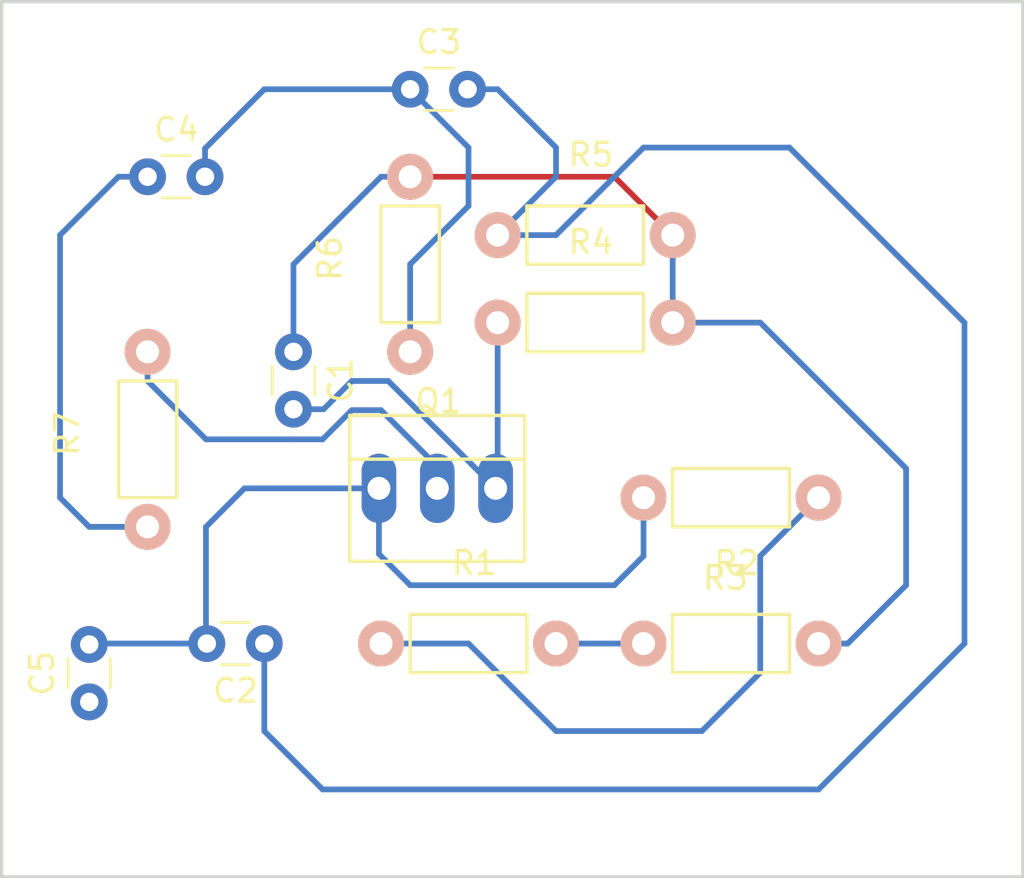
<source format=kicad_pcb>
(kicad_pcb (version 4) (host pcbnew 4.0.5)

  (general
    (links 17)
    (no_connects 0)
    (area 129.464999 83.744999 174.065001 121.995001)
    (thickness 1.6)
    (drawings 4)
    (tracks 68)
    (zones 0)
    (modules 13)
    (nets 11)
  )

  (page A4)
  (layers
    (0 F.Cu signal)
    (31 B.Cu signal)
    (32 B.Adhes user)
    (33 F.Adhes user)
    (34 B.Paste user)
    (35 F.Paste user)
    (36 B.SilkS user)
    (37 F.SilkS user)
    (38 B.Mask user)
    (39 F.Mask user)
    (40 Dwgs.User user)
    (41 Cmts.User user)
    (42 Eco1.User user)
    (43 Eco2.User user)
    (44 Edge.Cuts user)
    (45 Margin user)
    (46 B.CrtYd user)
    (47 F.CrtYd user)
    (48 B.Fab user)
    (49 F.Fab user)
  )

  (setup
    (last_trace_width 0.25)
    (trace_clearance 0.2)
    (zone_clearance 0.508)
    (zone_45_only no)
    (trace_min 0.2)
    (segment_width 0.2)
    (edge_width 0.15)
    (via_size 0.6)
    (via_drill 0.4)
    (via_min_size 0.4)
    (via_min_drill 0.3)
    (uvia_size 0.3)
    (uvia_drill 0.1)
    (uvias_allowed no)
    (uvia_min_size 0.2)
    (uvia_min_drill 0.1)
    (pcb_text_width 0.3)
    (pcb_text_size 1.5 1.5)
    (mod_edge_width 0.15)
    (mod_text_size 1 1)
    (mod_text_width 0.15)
    (pad_size 1.524 1.524)
    (pad_drill 0.762)
    (pad_to_mask_clearance 0.2)
    (aux_axis_origin 0 0)
    (visible_elements 7FFFFFFF)
    (pcbplotparams
      (layerselection 0x00030_80000001)
      (usegerberextensions false)
      (excludeedgelayer true)
      (linewidth 0.100000)
      (plotframeref false)
      (viasonmask false)
      (mode 1)
      (useauxorigin false)
      (hpglpennumber 1)
      (hpglpenspeed 20)
      (hpglpendiameter 15)
      (hpglpenoverlay 2)
      (psnegative false)
      (psa4output false)
      (plotreference true)
      (plotvalue true)
      (plotinvisibletext false)
      (padsonsilk false)
      (subtractmaskfromsilk false)
      (outputformat 1)
      (mirror false)
      (drillshape 0)
      (scaleselection 1)
      (outputdirectory ""))
  )

  (net 0 "")
  (net 1 "Net-(C1-Pad1)")
  (net 2 "Net-(C1-Pad2)")
  (net 3 "Net-(C2-Pad1)")
  (net 4 "Net-(C2-Pad2)")
  (net 5 "Net-(C3-Pad1)")
  (net 6 "Net-(C4-Pad1)")
  (net 7 "Net-(C5-Pad1)")
  (net 8 "Net-(Q1-Pad2)")
  (net 9 "Net-(R1-Pad1)")
  (net 10 "Net-(R1-Pad2)")

  (net_class Default "This is the default net class."
    (clearance 0.2)
    (trace_width 0.25)
    (via_dia 0.6)
    (via_drill 0.4)
    (uvia_dia 0.3)
    (uvia_drill 0.1)
    (add_net "Net-(C1-Pad1)")
    (add_net "Net-(C1-Pad2)")
    (add_net "Net-(C2-Pad1)")
    (add_net "Net-(C2-Pad2)")
    (add_net "Net-(C3-Pad1)")
    (add_net "Net-(C4-Pad1)")
    (add_net "Net-(C5-Pad1)")
    (add_net "Net-(Q1-Pad2)")
    (add_net "Net-(R1-Pad1)")
    (add_net "Net-(R1-Pad2)")
  )

  (module Capacitor_THT:C_Disc_D3.0mm_W1.6mm_P2.50mm (layer F.Cu) (tedit 5AE50EF0) (tstamp 5BE57A05)
    (at 142.24 99.06 270)
    (descr "C, Disc series, Radial, pin pitch=2.50mm, , diameter*width=3.0*1.6mm^2, Capacitor, http://www.vishay.com/docs/45233/krseries.pdf")
    (tags "C Disc series Radial pin pitch 2.50mm  diameter 3.0mm width 1.6mm Capacitor")
    (path /5BE57742)
    (fp_text reference C1 (at 1.25 -2.05 270) (layer F.SilkS)
      (effects (font (size 1 1) (thickness 0.15)))
    )
    (fp_text value C (at 1.25 2.05 270) (layer F.Fab)
      (effects (font (size 1 1) (thickness 0.15)))
    )
    (fp_line (start -0.25 -0.8) (end -0.25 0.8) (layer F.Fab) (width 0.1))
    (fp_line (start -0.25 0.8) (end 2.75 0.8) (layer F.Fab) (width 0.1))
    (fp_line (start 2.75 0.8) (end 2.75 -0.8) (layer F.Fab) (width 0.1))
    (fp_line (start 2.75 -0.8) (end -0.25 -0.8) (layer F.Fab) (width 0.1))
    (fp_line (start 0.621 -0.92) (end 1.879 -0.92) (layer F.SilkS) (width 0.12))
    (fp_line (start 0.621 0.92) (end 1.879 0.92) (layer F.SilkS) (width 0.12))
    (fp_line (start -1.05 -1.05) (end -1.05 1.05) (layer F.CrtYd) (width 0.05))
    (fp_line (start -1.05 1.05) (end 3.55 1.05) (layer F.CrtYd) (width 0.05))
    (fp_line (start 3.55 1.05) (end 3.55 -1.05) (layer F.CrtYd) (width 0.05))
    (fp_line (start 3.55 -1.05) (end -1.05 -1.05) (layer F.CrtYd) (width 0.05))
    (fp_text user %R (at 1.25 0 270) (layer F.Fab)
      (effects (font (size 0.6 0.6) (thickness 0.09)))
    )
    (pad 1 thru_hole circle (at 0 0 270) (size 1.6 1.6) (drill 0.8) (layers *.Cu *.Mask)
      (net 1 "Net-(C1-Pad1)"))
    (pad 2 thru_hole circle (at 2.5 0 270) (size 1.6 1.6) (drill 0.8) (layers *.Cu *.Mask)
      (net 2 "Net-(C1-Pad2)"))
    (model ${KISYS3DMOD}/Capacitor_THT.3dshapes/C_Disc_D3.0mm_W1.6mm_P2.50mm.wrl
      (at (xyz 0 0 0))
      (scale (xyz 1 1 1))
      (rotate (xyz 0 0 0))
    )
  )

  (module Capacitor_THT:C_Disc_D3.0mm_W1.6mm_P2.50mm (layer F.Cu) (tedit 5AE50EF0) (tstamp 5BE57A0B)
    (at 140.97 111.76 180)
    (descr "C, Disc series, Radial, pin pitch=2.50mm, , diameter*width=3.0*1.6mm^2, Capacitor, http://www.vishay.com/docs/45233/krseries.pdf")
    (tags "C Disc series Radial pin pitch 2.50mm  diameter 3.0mm width 1.6mm Capacitor")
    (path /5BE5745F)
    (fp_text reference C2 (at 1.25 -2.05 180) (layer F.SilkS)
      (effects (font (size 1 1) (thickness 0.15)))
    )
    (fp_text value C (at 1.25 2.05 180) (layer F.Fab)
      (effects (font (size 1 1) (thickness 0.15)))
    )
    (fp_line (start -0.25 -0.8) (end -0.25 0.8) (layer F.Fab) (width 0.1))
    (fp_line (start -0.25 0.8) (end 2.75 0.8) (layer F.Fab) (width 0.1))
    (fp_line (start 2.75 0.8) (end 2.75 -0.8) (layer F.Fab) (width 0.1))
    (fp_line (start 2.75 -0.8) (end -0.25 -0.8) (layer F.Fab) (width 0.1))
    (fp_line (start 0.621 -0.92) (end 1.879 -0.92) (layer F.SilkS) (width 0.12))
    (fp_line (start 0.621 0.92) (end 1.879 0.92) (layer F.SilkS) (width 0.12))
    (fp_line (start -1.05 -1.05) (end -1.05 1.05) (layer F.CrtYd) (width 0.05))
    (fp_line (start -1.05 1.05) (end 3.55 1.05) (layer F.CrtYd) (width 0.05))
    (fp_line (start 3.55 1.05) (end 3.55 -1.05) (layer F.CrtYd) (width 0.05))
    (fp_line (start 3.55 -1.05) (end -1.05 -1.05) (layer F.CrtYd) (width 0.05))
    (fp_text user %R (at 1.25 0 180) (layer F.Fab)
      (effects (font (size 0.6 0.6) (thickness 0.09)))
    )
    (pad 1 thru_hole circle (at 0 0 180) (size 1.6 1.6) (drill 0.8) (layers *.Cu *.Mask)
      (net 3 "Net-(C2-Pad1)"))
    (pad 2 thru_hole circle (at 2.5 0 180) (size 1.6 1.6) (drill 0.8) (layers *.Cu *.Mask)
      (net 4 "Net-(C2-Pad2)"))
    (model ${KISYS3DMOD}/Capacitor_THT.3dshapes/C_Disc_D3.0mm_W1.6mm_P2.50mm.wrl
      (at (xyz 0 0 0))
      (scale (xyz 1 1 1))
      (rotate (xyz 0 0 0))
    )
  )

  (module Capacitor_THT:C_Disc_D3.0mm_W1.6mm_P2.50mm (layer F.Cu) (tedit 5AE50EF0) (tstamp 5BE57A11)
    (at 147.32 87.63)
    (descr "C, Disc series, Radial, pin pitch=2.50mm, , diameter*width=3.0*1.6mm^2, Capacitor, http://www.vishay.com/docs/45233/krseries.pdf")
    (tags "C Disc series Radial pin pitch 2.50mm  diameter 3.0mm width 1.6mm Capacitor")
    (path /5BE5768F)
    (fp_text reference C3 (at 1.25 -2.05) (layer F.SilkS)
      (effects (font (size 1 1) (thickness 0.15)))
    )
    (fp_text value C (at 1.25 2.05) (layer F.Fab)
      (effects (font (size 1 1) (thickness 0.15)))
    )
    (fp_line (start -0.25 -0.8) (end -0.25 0.8) (layer F.Fab) (width 0.1))
    (fp_line (start -0.25 0.8) (end 2.75 0.8) (layer F.Fab) (width 0.1))
    (fp_line (start 2.75 0.8) (end 2.75 -0.8) (layer F.Fab) (width 0.1))
    (fp_line (start 2.75 -0.8) (end -0.25 -0.8) (layer F.Fab) (width 0.1))
    (fp_line (start 0.621 -0.92) (end 1.879 -0.92) (layer F.SilkS) (width 0.12))
    (fp_line (start 0.621 0.92) (end 1.879 0.92) (layer F.SilkS) (width 0.12))
    (fp_line (start -1.05 -1.05) (end -1.05 1.05) (layer F.CrtYd) (width 0.05))
    (fp_line (start -1.05 1.05) (end 3.55 1.05) (layer F.CrtYd) (width 0.05))
    (fp_line (start 3.55 1.05) (end 3.55 -1.05) (layer F.CrtYd) (width 0.05))
    (fp_line (start 3.55 -1.05) (end -1.05 -1.05) (layer F.CrtYd) (width 0.05))
    (fp_text user %R (at 1.25 0) (layer F.Fab)
      (effects (font (size 0.6 0.6) (thickness 0.09)))
    )
    (pad 1 thru_hole circle (at 0 0) (size 1.6 1.6) (drill 0.8) (layers *.Cu *.Mask)
      (net 5 "Net-(C3-Pad1)"))
    (pad 2 thru_hole circle (at 2.5 0) (size 1.6 1.6) (drill 0.8) (layers *.Cu *.Mask)
      (net 3 "Net-(C2-Pad1)"))
    (model ${KISYS3DMOD}/Capacitor_THT.3dshapes/C_Disc_D3.0mm_W1.6mm_P2.50mm.wrl
      (at (xyz 0 0 0))
      (scale (xyz 1 1 1))
      (rotate (xyz 0 0 0))
    )
  )

  (module Capacitor_THT:C_Disc_D3.0mm_W1.6mm_P2.50mm (layer F.Cu) (tedit 5AE50EF0) (tstamp 5BE57A17)
    (at 135.89 91.44)
    (descr "C, Disc series, Radial, pin pitch=2.50mm, , diameter*width=3.0*1.6mm^2, Capacitor, http://www.vishay.com/docs/45233/krseries.pdf")
    (tags "C Disc series Radial pin pitch 2.50mm  diameter 3.0mm width 1.6mm Capacitor")
    (path /5BE576C5)
    (fp_text reference C4 (at 1.25 -2.05) (layer F.SilkS)
      (effects (font (size 1 1) (thickness 0.15)))
    )
    (fp_text value C (at 1.25 2.05) (layer F.Fab)
      (effects (font (size 1 1) (thickness 0.15)))
    )
    (fp_line (start -0.25 -0.8) (end -0.25 0.8) (layer F.Fab) (width 0.1))
    (fp_line (start -0.25 0.8) (end 2.75 0.8) (layer F.Fab) (width 0.1))
    (fp_line (start 2.75 0.8) (end 2.75 -0.8) (layer F.Fab) (width 0.1))
    (fp_line (start 2.75 -0.8) (end -0.25 -0.8) (layer F.Fab) (width 0.1))
    (fp_line (start 0.621 -0.92) (end 1.879 -0.92) (layer F.SilkS) (width 0.12))
    (fp_line (start 0.621 0.92) (end 1.879 0.92) (layer F.SilkS) (width 0.12))
    (fp_line (start -1.05 -1.05) (end -1.05 1.05) (layer F.CrtYd) (width 0.05))
    (fp_line (start -1.05 1.05) (end 3.55 1.05) (layer F.CrtYd) (width 0.05))
    (fp_line (start 3.55 1.05) (end 3.55 -1.05) (layer F.CrtYd) (width 0.05))
    (fp_line (start 3.55 -1.05) (end -1.05 -1.05) (layer F.CrtYd) (width 0.05))
    (fp_text user %R (at 1.25 0) (layer F.Fab)
      (effects (font (size 0.6 0.6) (thickness 0.09)))
    )
    (pad 1 thru_hole circle (at 0 0) (size 1.6 1.6) (drill 0.8) (layers *.Cu *.Mask)
      (net 6 "Net-(C4-Pad1)"))
    (pad 2 thru_hole circle (at 2.5 0) (size 1.6 1.6) (drill 0.8) (layers *.Cu *.Mask)
      (net 5 "Net-(C3-Pad1)"))
    (model ${KISYS3DMOD}/Capacitor_THT.3dshapes/C_Disc_D3.0mm_W1.6mm_P2.50mm.wrl
      (at (xyz 0 0 0))
      (scale (xyz 1 1 1))
      (rotate (xyz 0 0 0))
    )
  )

  (module Capacitor_THT:C_Disc_D3.0mm_W1.6mm_P2.50mm (layer F.Cu) (tedit 5AE50EF0) (tstamp 5BE57A1D)
    (at 133.35 114.3 90)
    (descr "C, Disc series, Radial, pin pitch=2.50mm, , diameter*width=3.0*1.6mm^2, Capacitor, http://www.vishay.com/docs/45233/krseries.pdf")
    (tags "C Disc series Radial pin pitch 2.50mm  diameter 3.0mm width 1.6mm Capacitor")
    (path /5BE57702)
    (fp_text reference C5 (at 1.25 -2.05 90) (layer F.SilkS)
      (effects (font (size 1 1) (thickness 0.15)))
    )
    (fp_text value C (at 1.25 2.05 90) (layer F.Fab)
      (effects (font (size 1 1) (thickness 0.15)))
    )
    (fp_line (start -0.25 -0.8) (end -0.25 0.8) (layer F.Fab) (width 0.1))
    (fp_line (start -0.25 0.8) (end 2.75 0.8) (layer F.Fab) (width 0.1))
    (fp_line (start 2.75 0.8) (end 2.75 -0.8) (layer F.Fab) (width 0.1))
    (fp_line (start 2.75 -0.8) (end -0.25 -0.8) (layer F.Fab) (width 0.1))
    (fp_line (start 0.621 -0.92) (end 1.879 -0.92) (layer F.SilkS) (width 0.12))
    (fp_line (start 0.621 0.92) (end 1.879 0.92) (layer F.SilkS) (width 0.12))
    (fp_line (start -1.05 -1.05) (end -1.05 1.05) (layer F.CrtYd) (width 0.05))
    (fp_line (start -1.05 1.05) (end 3.55 1.05) (layer F.CrtYd) (width 0.05))
    (fp_line (start 3.55 1.05) (end 3.55 -1.05) (layer F.CrtYd) (width 0.05))
    (fp_line (start 3.55 -1.05) (end -1.05 -1.05) (layer F.CrtYd) (width 0.05))
    (fp_text user %R (at 1.25 0 90) (layer F.Fab)
      (effects (font (size 0.6 0.6) (thickness 0.09)))
    )
    (pad 1 thru_hole circle (at 0 0 90) (size 1.6 1.6) (drill 0.8) (layers *.Cu *.Mask)
      (net 7 "Net-(C5-Pad1)"))
    (pad 2 thru_hole circle (at 2.5 0 90) (size 1.6 1.6) (drill 0.8) (layers *.Cu *.Mask)
      (net 4 "Net-(C2-Pad2)"))
    (model ${KISYS3DMOD}/Capacitor_THT.3dshapes/C_Disc_D3.0mm_W1.6mm_P2.50mm.wrl
      (at (xyz 0 0 0))
      (scale (xyz 1 1 1))
      (rotate (xyz 0 0 0))
    )
  )

  (module Connect:PINHEAD1-3 (layer F.Cu) (tedit 0) (tstamp 5BE57A24)
    (at 148.5011 105.0036)
    (path /5BE57259)
    (attr virtual)
    (fp_text reference Q1 (at 0.05 -3.8) (layer F.SilkS)
      (effects (font (size 1 1) (thickness 0.15)))
    )
    (fp_text value BC547 (at 0 3.81) (layer F.Fab)
      (effects (font (size 1 1) (thickness 0.15)))
    )
    (fp_line (start -3.81 -3.175) (end -3.81 3.175) (layer F.SilkS) (width 0.15))
    (fp_line (start 3.81 -3.175) (end 3.81 3.175) (layer F.SilkS) (width 0.15))
    (fp_line (start 3.81 -1.27) (end -3.81 -1.27) (layer F.SilkS) (width 0.15))
    (fp_line (start -3.81 -3.175) (end 3.81 -3.175) (layer F.SilkS) (width 0.15))
    (fp_line (start 3.81 3.175) (end -3.81 3.175) (layer F.SilkS) (width 0.15))
    (pad 1 thru_hole oval (at -2.54 0) (size 1.50622 3.01498) (drill 0.99822) (layers *.Cu *.Mask)
      (net 4 "Net-(C2-Pad2)"))
    (pad 2 thru_hole oval (at 0 0) (size 1.50622 3.01498) (drill 0.99822) (layers *.Cu *.Mask)
      (net 8 "Net-(Q1-Pad2)"))
    (pad 3 thru_hole oval (at 2.54 0) (size 1.50622 3.01498) (drill 0.99822) (layers *.Cu *.Mask)
      (net 2 "Net-(C1-Pad2)"))
  )

  (module Resistors_ThroughHole:Resistor_Horizontal_RM7mm (layer F.Cu) (tedit 569FCF07) (tstamp 5BE57A2A)
    (at 146.05 111.76)
    (descr "Resistor, Axial,  RM 7.62mm, 1/3W,")
    (tags "Resistor Axial RM 7.62mm 1/3W R3")
    (path /5BE572AB)
    (fp_text reference R1 (at 4.05892 -3.50012) (layer F.SilkS)
      (effects (font (size 1 1) (thickness 0.15)))
    )
    (fp_text value R (at 3.81 3.81) (layer F.Fab)
      (effects (font (size 1 1) (thickness 0.15)))
    )
    (fp_line (start -1.25 -1.5) (end 8.85 -1.5) (layer F.CrtYd) (width 0.05))
    (fp_line (start -1.25 1.5) (end -1.25 -1.5) (layer F.CrtYd) (width 0.05))
    (fp_line (start 8.85 -1.5) (end 8.85 1.5) (layer F.CrtYd) (width 0.05))
    (fp_line (start -1.25 1.5) (end 8.85 1.5) (layer F.CrtYd) (width 0.05))
    (fp_line (start 1.27 -1.27) (end 6.35 -1.27) (layer F.SilkS) (width 0.15))
    (fp_line (start 6.35 -1.27) (end 6.35 1.27) (layer F.SilkS) (width 0.15))
    (fp_line (start 6.35 1.27) (end 1.27 1.27) (layer F.SilkS) (width 0.15))
    (fp_line (start 1.27 1.27) (end 1.27 -1.27) (layer F.SilkS) (width 0.15))
    (pad 1 thru_hole circle (at 0 0) (size 1.99898 1.99898) (drill 1.00076) (layers *.Cu *.SilkS *.Mask)
      (net 9 "Net-(R1-Pad1)"))
    (pad 2 thru_hole circle (at 7.62 0) (size 1.99898 1.99898) (drill 1.00076) (layers *.Cu *.SilkS *.Mask)
      (net 10 "Net-(R1-Pad2)"))
  )

  (module Resistors_ThroughHole:Resistor_Horizontal_RM7mm (layer F.Cu) (tedit 569FCF07) (tstamp 5BE57A30)
    (at 157.48 111.76)
    (descr "Resistor, Axial,  RM 7.62mm, 1/3W,")
    (tags "Resistor Axial RM 7.62mm 1/3W R3")
    (path /5BE57309)
    (fp_text reference R2 (at 4.05892 -3.50012) (layer F.SilkS)
      (effects (font (size 1 1) (thickness 0.15)))
    )
    (fp_text value R (at 3.81 3.81) (layer F.Fab)
      (effects (font (size 1 1) (thickness 0.15)))
    )
    (fp_line (start -1.25 -1.5) (end 8.85 -1.5) (layer F.CrtYd) (width 0.05))
    (fp_line (start -1.25 1.5) (end -1.25 -1.5) (layer F.CrtYd) (width 0.05))
    (fp_line (start 8.85 -1.5) (end 8.85 1.5) (layer F.CrtYd) (width 0.05))
    (fp_line (start -1.25 1.5) (end 8.85 1.5) (layer F.CrtYd) (width 0.05))
    (fp_line (start 1.27 -1.27) (end 6.35 -1.27) (layer F.SilkS) (width 0.15))
    (fp_line (start 6.35 -1.27) (end 6.35 1.27) (layer F.SilkS) (width 0.15))
    (fp_line (start 6.35 1.27) (end 1.27 1.27) (layer F.SilkS) (width 0.15))
    (fp_line (start 1.27 1.27) (end 1.27 -1.27) (layer F.SilkS) (width 0.15))
    (pad 1 thru_hole circle (at 0 0) (size 1.99898 1.99898) (drill 1.00076) (layers *.Cu *.SilkS *.Mask)
      (net 10 "Net-(R1-Pad2)"))
    (pad 2 thru_hole circle (at 7.62 0) (size 1.99898 1.99898) (drill 1.00076) (layers *.Cu *.SilkS *.Mask)
      (net 1 "Net-(C1-Pad1)"))
  )

  (module Resistors_ThroughHole:Resistor_Horizontal_RM7mm (layer F.Cu) (tedit 569FCF07) (tstamp 5BE57A36)
    (at 165.1 105.41 180)
    (descr "Resistor, Axial,  RM 7.62mm, 1/3W,")
    (tags "Resistor Axial RM 7.62mm 1/3W R3")
    (path /5BE572D8)
    (fp_text reference R3 (at 4.05892 -3.50012 180) (layer F.SilkS)
      (effects (font (size 1 1) (thickness 0.15)))
    )
    (fp_text value R (at 3.81 3.81 180) (layer F.Fab)
      (effects (font (size 1 1) (thickness 0.15)))
    )
    (fp_line (start -1.25 -1.5) (end 8.85 -1.5) (layer F.CrtYd) (width 0.05))
    (fp_line (start -1.25 1.5) (end -1.25 -1.5) (layer F.CrtYd) (width 0.05))
    (fp_line (start 8.85 -1.5) (end 8.85 1.5) (layer F.CrtYd) (width 0.05))
    (fp_line (start -1.25 1.5) (end 8.85 1.5) (layer F.CrtYd) (width 0.05))
    (fp_line (start 1.27 -1.27) (end 6.35 -1.27) (layer F.SilkS) (width 0.15))
    (fp_line (start 6.35 -1.27) (end 6.35 1.27) (layer F.SilkS) (width 0.15))
    (fp_line (start 6.35 1.27) (end 1.27 1.27) (layer F.SilkS) (width 0.15))
    (fp_line (start 1.27 1.27) (end 1.27 -1.27) (layer F.SilkS) (width 0.15))
    (pad 1 thru_hole circle (at 0 0 180) (size 1.99898 1.99898) (drill 1.00076) (layers *.Cu *.SilkS *.Mask)
      (net 9 "Net-(R1-Pad1)"))
    (pad 2 thru_hole circle (at 7.62 0 180) (size 1.99898 1.99898) (drill 1.00076) (layers *.Cu *.SilkS *.Mask)
      (net 4 "Net-(C2-Pad2)"))
  )

  (module Resistors_ThroughHole:Resistor_Horizontal_RM7mm (layer F.Cu) (tedit 569FCF07) (tstamp 5BE57A3C)
    (at 151.13 97.79)
    (descr "Resistor, Axial,  RM 7.62mm, 1/3W,")
    (tags "Resistor Axial RM 7.62mm 1/3W R3")
    (path /5BE5734D)
    (fp_text reference R4 (at 4.05892 -3.50012) (layer F.SilkS)
      (effects (font (size 1 1) (thickness 0.15)))
    )
    (fp_text value R (at 3.81 3.81) (layer F.Fab)
      (effects (font (size 1 1) (thickness 0.15)))
    )
    (fp_line (start -1.25 -1.5) (end 8.85 -1.5) (layer F.CrtYd) (width 0.05))
    (fp_line (start -1.25 1.5) (end -1.25 -1.5) (layer F.CrtYd) (width 0.05))
    (fp_line (start 8.85 -1.5) (end 8.85 1.5) (layer F.CrtYd) (width 0.05))
    (fp_line (start -1.25 1.5) (end 8.85 1.5) (layer F.CrtYd) (width 0.05))
    (fp_line (start 1.27 -1.27) (end 6.35 -1.27) (layer F.SilkS) (width 0.15))
    (fp_line (start 6.35 -1.27) (end 6.35 1.27) (layer F.SilkS) (width 0.15))
    (fp_line (start 6.35 1.27) (end 1.27 1.27) (layer F.SilkS) (width 0.15))
    (fp_line (start 1.27 1.27) (end 1.27 -1.27) (layer F.SilkS) (width 0.15))
    (pad 1 thru_hole circle (at 0 0) (size 1.99898 1.99898) (drill 1.00076) (layers *.Cu *.SilkS *.Mask)
      (net 2 "Net-(C1-Pad2)"))
    (pad 2 thru_hole circle (at 7.62 0) (size 1.99898 1.99898) (drill 1.00076) (layers *.Cu *.SilkS *.Mask)
      (net 1 "Net-(C1-Pad1)"))
  )

  (module Resistors_ThroughHole:Resistor_Horizontal_RM7mm (layer F.Cu) (tedit 569FCF07) (tstamp 5BE57A42)
    (at 151.13 93.98)
    (descr "Resistor, Axial,  RM 7.62mm, 1/3W,")
    (tags "Resistor Axial RM 7.62mm 1/3W R3")
    (path /5BE57386)
    (fp_text reference R5 (at 4.05892 -3.50012) (layer F.SilkS)
      (effects (font (size 1 1) (thickness 0.15)))
    )
    (fp_text value R (at 3.81 3.81) (layer F.Fab)
      (effects (font (size 1 1) (thickness 0.15)))
    )
    (fp_line (start -1.25 -1.5) (end 8.85 -1.5) (layer F.CrtYd) (width 0.05))
    (fp_line (start -1.25 1.5) (end -1.25 -1.5) (layer F.CrtYd) (width 0.05))
    (fp_line (start 8.85 -1.5) (end 8.85 1.5) (layer F.CrtYd) (width 0.05))
    (fp_line (start -1.25 1.5) (end 8.85 1.5) (layer F.CrtYd) (width 0.05))
    (fp_line (start 1.27 -1.27) (end 6.35 -1.27) (layer F.SilkS) (width 0.15))
    (fp_line (start 6.35 -1.27) (end 6.35 1.27) (layer F.SilkS) (width 0.15))
    (fp_line (start 6.35 1.27) (end 1.27 1.27) (layer F.SilkS) (width 0.15))
    (fp_line (start 1.27 1.27) (end 1.27 -1.27) (layer F.SilkS) (width 0.15))
    (pad 1 thru_hole circle (at 0 0) (size 1.99898 1.99898) (drill 1.00076) (layers *.Cu *.SilkS *.Mask)
      (net 3 "Net-(C2-Pad1)"))
    (pad 2 thru_hole circle (at 7.62 0) (size 1.99898 1.99898) (drill 1.00076) (layers *.Cu *.SilkS *.Mask)
      (net 1 "Net-(C1-Pad1)"))
  )

  (module Resistors_ThroughHole:Resistor_Horizontal_RM7mm (layer F.Cu) (tedit 569FCF07) (tstamp 5BE57A48)
    (at 147.32 99.06 90)
    (descr "Resistor, Axial,  RM 7.62mm, 1/3W,")
    (tags "Resistor Axial RM 7.62mm 1/3W R3")
    (path /5BE573FC)
    (fp_text reference R6 (at 4.05892 -3.50012 90) (layer F.SilkS)
      (effects (font (size 1 1) (thickness 0.15)))
    )
    (fp_text value R (at 3.81 3.81 90) (layer F.Fab)
      (effects (font (size 1 1) (thickness 0.15)))
    )
    (fp_line (start -1.25 -1.5) (end 8.85 -1.5) (layer F.CrtYd) (width 0.05))
    (fp_line (start -1.25 1.5) (end -1.25 -1.5) (layer F.CrtYd) (width 0.05))
    (fp_line (start 8.85 -1.5) (end 8.85 1.5) (layer F.CrtYd) (width 0.05))
    (fp_line (start -1.25 1.5) (end 8.85 1.5) (layer F.CrtYd) (width 0.05))
    (fp_line (start 1.27 -1.27) (end 6.35 -1.27) (layer F.SilkS) (width 0.15))
    (fp_line (start 6.35 -1.27) (end 6.35 1.27) (layer F.SilkS) (width 0.15))
    (fp_line (start 6.35 1.27) (end 1.27 1.27) (layer F.SilkS) (width 0.15))
    (fp_line (start 1.27 1.27) (end 1.27 -1.27) (layer F.SilkS) (width 0.15))
    (pad 1 thru_hole circle (at 0 0 90) (size 1.99898 1.99898) (drill 1.00076) (layers *.Cu *.SilkS *.Mask)
      (net 5 "Net-(C3-Pad1)"))
    (pad 2 thru_hole circle (at 7.62 0 90) (size 1.99898 1.99898) (drill 1.00076) (layers *.Cu *.SilkS *.Mask)
      (net 1 "Net-(C1-Pad1)"))
  )

  (module Resistors_ThroughHole:Resistor_Horizontal_RM7mm (layer F.Cu) (tedit 569FCF07) (tstamp 5BE57A4E)
    (at 135.89 106.68 90)
    (descr "Resistor, Axial,  RM 7.62mm, 1/3W,")
    (tags "Resistor Axial RM 7.62mm 1/3W R3")
    (path /5BE57431)
    (fp_text reference R7 (at 4.05892 -3.50012 90) (layer F.SilkS)
      (effects (font (size 1 1) (thickness 0.15)))
    )
    (fp_text value R (at 3.81 3.81 90) (layer F.Fab)
      (effects (font (size 1 1) (thickness 0.15)))
    )
    (fp_line (start -1.25 -1.5) (end 8.85 -1.5) (layer F.CrtYd) (width 0.05))
    (fp_line (start -1.25 1.5) (end -1.25 -1.5) (layer F.CrtYd) (width 0.05))
    (fp_line (start 8.85 -1.5) (end 8.85 1.5) (layer F.CrtYd) (width 0.05))
    (fp_line (start -1.25 1.5) (end 8.85 1.5) (layer F.CrtYd) (width 0.05))
    (fp_line (start 1.27 -1.27) (end 6.35 -1.27) (layer F.SilkS) (width 0.15))
    (fp_line (start 6.35 -1.27) (end 6.35 1.27) (layer F.SilkS) (width 0.15))
    (fp_line (start 6.35 1.27) (end 1.27 1.27) (layer F.SilkS) (width 0.15))
    (fp_line (start 1.27 1.27) (end 1.27 -1.27) (layer F.SilkS) (width 0.15))
    (pad 1 thru_hole circle (at 0 0 90) (size 1.99898 1.99898) (drill 1.00076) (layers *.Cu *.SilkS *.Mask)
      (net 6 "Net-(C4-Pad1)"))
    (pad 2 thru_hole circle (at 7.62 0 90) (size 1.99898 1.99898) (drill 1.00076) (layers *.Cu *.SilkS *.Mask)
      (net 8 "Net-(Q1-Pad2)"))
  )

  (gr_line (start 129.54 121.92) (end 129.54 83.82) (angle 90) (layer Edge.Cuts) (width 0.15))
  (gr_line (start 173.99 121.92) (end 129.54 121.92) (angle 90) (layer Edge.Cuts) (width 0.15))
  (gr_line (start 173.99 83.82) (end 173.99 121.92) (angle 90) (layer Edge.Cuts) (width 0.15))
  (gr_line (start 129.54 83.82) (end 173.99 83.82) (angle 90) (layer Edge.Cuts) (width 0.15))

  (segment (start 147.32 91.44) (end 156.21 91.44) (width 0.25) (layer F.Cu) (net 1))
  (segment (start 156.21 91.44) (end 158.75 93.98) (width 0.25) (layer F.Cu) (net 1) (tstamp 5BE57B5B))
  (segment (start 165.1 111.76) (end 166.37 111.76) (width 0.25) (layer B.Cu) (net 1))
  (segment (start 162.56 97.79) (end 158.75 97.79) (width 0.25) (layer B.Cu) (net 1) (tstamp 5BE57B02))
  (segment (start 168.91 104.14) (end 162.56 97.79) (width 0.25) (layer B.Cu) (net 1) (tstamp 5BE57B00))
  (segment (start 168.91 109.22) (end 168.91 104.14) (width 0.25) (layer B.Cu) (net 1) (tstamp 5BE57AFE))
  (segment (start 166.37 111.76) (end 168.91 109.22) (width 0.25) (layer B.Cu) (net 1) (tstamp 5BE57AFC))
  (segment (start 158.75 93.98) (end 158.75 97.79) (width 0.25) (layer B.Cu) (net 1))
  (segment (start 142.24 99.06) (end 142.24 95.25) (width 0.25) (layer B.Cu) (net 1))
  (segment (start 146.05 91.44) (end 147.32 91.44) (width 0.25) (layer B.Cu) (net 1) (tstamp 5BE57AD7))
  (segment (start 142.24 95.25) (end 146.05 91.44) (width 0.25) (layer B.Cu) (net 1) (tstamp 5BE57AD5))
  (segment (start 151.13 97.79) (end 151.13 104.9147) (width 0.25) (layer B.Cu) (net 2))
  (segment (start 151.13 104.9147) (end 151.0411 105.0036) (width 0.25) (layer B.Cu) (net 2) (tstamp 5BE57AD2))
  (segment (start 142.24 101.56) (end 143.55 101.56) (width 0.25) (layer B.Cu) (net 2))
  (segment (start 146.3675 100.33) (end 151.0411 105.0036) (width 0.25) (layer B.Cu) (net 2) (tstamp 5BE57AC4))
  (segment (start 144.78 100.33) (end 146.3675 100.33) (width 0.25) (layer B.Cu) (net 2) (tstamp 5BE57AC3))
  (segment (start 143.55 101.56) (end 144.78 100.33) (width 0.25) (layer B.Cu) (net 2) (tstamp 5BE57AC2))
  (segment (start 140.97 111.76) (end 140.97 115.57) (width 0.25) (layer B.Cu) (net 3))
  (segment (start 153.67 93.98) (end 151.13 93.98) (width 0.25) (layer B.Cu) (net 3) (tstamp 5BE57B14))
  (segment (start 157.48 90.17) (end 153.67 93.98) (width 0.25) (layer B.Cu) (net 3) (tstamp 5BE57B12))
  (segment (start 163.83 90.17) (end 157.48 90.17) (width 0.25) (layer B.Cu) (net 3) (tstamp 5BE57B10))
  (segment (start 171.45 97.79) (end 163.83 90.17) (width 0.25) (layer B.Cu) (net 3) (tstamp 5BE57B0E))
  (segment (start 171.45 111.76) (end 171.45 97.79) (width 0.25) (layer B.Cu) (net 3) (tstamp 5BE57B0C))
  (segment (start 165.1 118.11) (end 171.45 111.76) (width 0.25) (layer B.Cu) (net 3) (tstamp 5BE57B0A))
  (segment (start 143.51 118.11) (end 165.1 118.11) (width 0.25) (layer B.Cu) (net 3) (tstamp 5BE57B08))
  (segment (start 140.97 115.57) (end 143.51 118.11) (width 0.25) (layer B.Cu) (net 3) (tstamp 5BE57B06))
  (segment (start 149.82 87.63) (end 151.13 87.63) (width 0.25) (layer B.Cu) (net 3))
  (segment (start 153.67 91.44) (end 151.13 93.98) (width 0.25) (layer B.Cu) (net 3) (tstamp 5BE57AEC))
  (segment (start 153.67 90.17) (end 153.67 91.44) (width 0.25) (layer B.Cu) (net 3) (tstamp 5BE57AEA))
  (segment (start 151.13 87.63) (end 153.67 90.17) (width 0.25) (layer B.Cu) (net 3) (tstamp 5BE57AE8))
  (segment (start 145.9611 105.0036) (end 145.9611 107.8611) (width 0.25) (layer B.Cu) (net 4))
  (segment (start 157.48 107.95) (end 157.48 105.41) (width 0.25) (layer B.Cu) (net 4) (tstamp 5BE57ACE))
  (segment (start 156.21 109.22) (end 157.48 107.95) (width 0.25) (layer B.Cu) (net 4) (tstamp 5BE57ACC))
  (segment (start 147.32 109.22) (end 156.21 109.22) (width 0.25) (layer B.Cu) (net 4) (tstamp 5BE57ACA))
  (segment (start 145.9611 107.8611) (end 147.32 109.22) (width 0.25) (layer B.Cu) (net 4) (tstamp 5BE57AC8))
  (segment (start 138.47 111.76) (end 133.39 111.76) (width 0.25) (layer B.Cu) (net 4))
  (segment (start 133.39 111.76) (end 133.35 111.8) (width 0.25) (layer B.Cu) (net 4) (tstamp 5BE57AB0))
  (segment (start 145.9611 105.0036) (end 140.1064 105.0036) (width 0.25) (layer B.Cu) (net 4))
  (segment (start 138.43 106.68) (end 138.43 111.72) (width 0.25) (layer B.Cu) (net 4) (tstamp 5BE57AAB))
  (segment (start 140.1064 105.0036) (end 138.43 106.68) (width 0.25) (layer B.Cu) (net 4) (tstamp 5BE57AA9))
  (segment (start 138.43 111.72) (end 138.47 111.76) (width 0.25) (layer B.Cu) (net 4) (tstamp 5BE57AAD))
  (segment (start 138.39 91.44) (end 138.39 90.21) (width 0.25) (layer B.Cu) (net 5))
  (segment (start 140.97 87.63) (end 147.32 87.63) (width 0.25) (layer B.Cu) (net 5) (tstamp 5BE57AE2))
  (segment (start 138.39 90.21) (end 140.97 87.63) (width 0.25) (layer B.Cu) (net 5) (tstamp 5BE57AE1))
  (segment (start 147.32 99.06) (end 147.32 95.25) (width 0.25) (layer B.Cu) (net 5))
  (segment (start 149.86 90.17) (end 147.32 87.63) (width 0.25) (layer B.Cu) (net 5) (tstamp 5BE57ADE))
  (segment (start 149.86 92.71) (end 149.86 90.17) (width 0.25) (layer B.Cu) (net 5) (tstamp 5BE57ADD))
  (segment (start 147.32 95.25) (end 149.86 92.71) (width 0.25) (layer B.Cu) (net 5) (tstamp 5BE57ADB))
  (segment (start 135.89 106.68) (end 133.35 106.68) (width 0.25) (layer B.Cu) (net 6))
  (segment (start 134.62 91.44) (end 135.89 91.44) (width 0.25) (layer B.Cu) (net 6) (tstamp 5BE57A9E))
  (segment (start 132.08 93.98) (end 134.62 91.44) (width 0.25) (layer B.Cu) (net 6) (tstamp 5BE57A9C))
  (segment (start 132.08 105.41) (end 132.08 93.98) (width 0.25) (layer B.Cu) (net 6) (tstamp 5BE57A9A))
  (segment (start 133.35 106.68) (end 132.08 105.41) (width 0.25) (layer B.Cu) (net 6) (tstamp 5BE57A99))
  (segment (start 148.5011 105.0036) (end 148.5011 104.0511) (width 0.25) (layer B.Cu) (net 8))
  (segment (start 148.5011 104.0511) (end 146.05 101.6) (width 0.25) (layer B.Cu) (net 8) (tstamp 5BE57AB5))
  (segment (start 146.05 101.6) (end 144.78 101.6) (width 0.25) (layer B.Cu) (net 8) (tstamp 5BE57AB6))
  (segment (start 144.78 101.6) (end 143.51 102.87) (width 0.25) (layer B.Cu) (net 8) (tstamp 5BE57AB7))
  (segment (start 143.51 102.87) (end 142.24 102.87) (width 0.25) (layer B.Cu) (net 8) (tstamp 5BE57AB9))
  (segment (start 142.24 102.87) (end 138.43 102.87) (width 0.25) (layer B.Cu) (net 8) (tstamp 5BE57ABB))
  (segment (start 138.43 102.87) (end 135.89 100.33) (width 0.25) (layer B.Cu) (net 8) (tstamp 5BE57ABD))
  (segment (start 135.89 100.33) (end 135.89 99.06) (width 0.25) (layer B.Cu) (net 8) (tstamp 5BE57ABE))
  (segment (start 146.05 111.76) (end 149.86 111.76) (width 0.25) (layer B.Cu) (net 9))
  (segment (start 162.56 107.95) (end 165.1 105.41) (width 0.25) (layer B.Cu) (net 9) (tstamp 5BE57AF8))
  (segment (start 162.56 113.03) (end 162.56 107.95) (width 0.25) (layer B.Cu) (net 9) (tstamp 5BE57AF6))
  (segment (start 160.02 115.57) (end 162.56 113.03) (width 0.25) (layer B.Cu) (net 9) (tstamp 5BE57AF5))
  (segment (start 153.67 115.57) (end 160.02 115.57) (width 0.25) (layer B.Cu) (net 9) (tstamp 5BE57AF4))
  (segment (start 149.86 111.76) (end 153.67 115.57) (width 0.25) (layer B.Cu) (net 9) (tstamp 5BE57AF2))
  (segment (start 153.67 111.76) (end 157.48 111.76) (width 0.25) (layer B.Cu) (net 10))

  (zone (net 0) (net_name "") (layer B.Cu) (tstamp 5BE57BE5) (hatch edge 0.508)
    (connect_pads (clearance 0.508))
    (min_thickness 0.254)
    (fill (arc_segments 16) (thermal_gap 0.508) (thermal_bridge_width 0.508))
    (polygon
      (pts
        (xy 129.54 83.82) (xy 129.54 121.92) (xy 173.99 121.92) (xy 173.99 83.82)
      )
    )
  )
)

</source>
